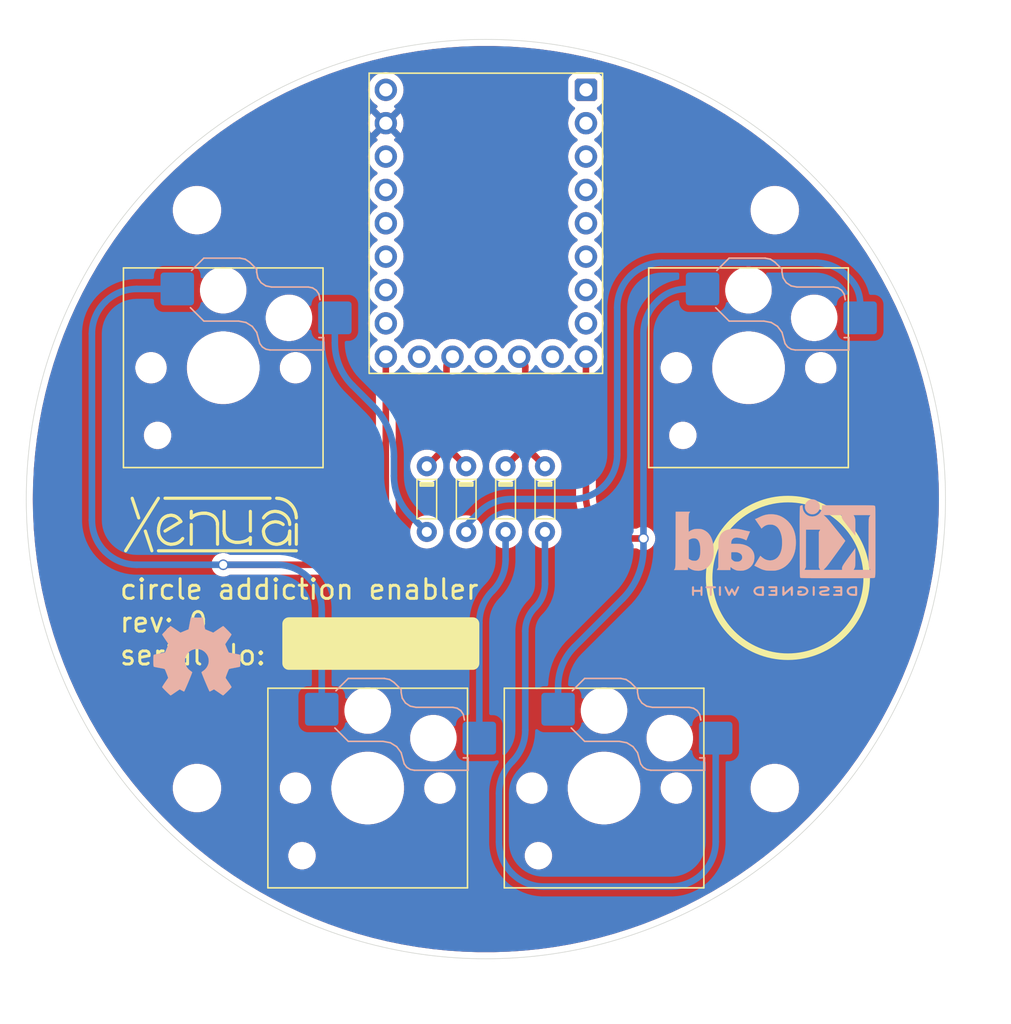
<source format=kicad_pcb>
(kicad_pcb
	(version 20240108)
	(generator "pcbnew")
	(generator_version "8.0")
	(general
		(thickness 1.6)
		(legacy_teardrops no)
	)
	(paper "A4")
	(layers
		(0 "F.Cu" signal)
		(31 "B.Cu" signal)
		(32 "B.Adhes" user "B.Adhesive")
		(33 "F.Adhes" user "F.Adhesive")
		(34 "B.Paste" user)
		(35 "F.Paste" user)
		(36 "B.SilkS" user "B.Silkscreen")
		(37 "F.SilkS" user "F.Silkscreen")
		(38 "B.Mask" user)
		(39 "F.Mask" user)
		(40 "Dwgs.User" user "User.Drawings")
		(41 "Cmts.User" user "User.Comments")
		(42 "Eco1.User" user "User.Eco1")
		(43 "Eco2.User" user "User.Eco2")
		(44 "Edge.Cuts" user)
		(45 "Margin" user)
		(46 "B.CrtYd" user "B.Courtyard")
		(47 "F.CrtYd" user "F.Courtyard")
		(48 "B.Fab" user)
		(49 "F.Fab" user)
		(50 "User.1" user)
		(51 "User.2" user)
		(52 "User.3" user)
		(53 "User.4" user)
		(54 "User.5" user)
		(55 "User.6" user)
		(56 "User.7" user)
		(57 "User.8" user)
		(58 "User.9" user)
	)
	(setup
		(pad_to_mask_clearance 0)
		(allow_soldermask_bridges_in_footprints no)
		(pcbplotparams
			(layerselection 0x00010fc_ffffffff)
			(plot_on_all_layers_selection 0x0000000_00000000)
			(disableapertmacros no)
			(usegerberextensions no)
			(usegerberattributes yes)
			(usegerberadvancedattributes yes)
			(creategerberjobfile yes)
			(dashed_line_dash_ratio 12.000000)
			(dashed_line_gap_ratio 3.000000)
			(svgprecision 4)
			(plotframeref no)
			(viasonmask no)
			(mode 1)
			(useauxorigin no)
			(hpglpennumber 1)
			(hpglpenspeed 20)
			(hpglpendiameter 15.000000)
			(pdf_front_fp_property_popups yes)
			(pdf_back_fp_property_popups yes)
			(dxfpolygonmode yes)
			(dxfimperialunits yes)
			(dxfusepcbnewfont yes)
			(psnegative no)
			(psa4output no)
			(plotreference yes)
			(plotvalue yes)
			(plotfptext yes)
			(plotinvisibletext no)
			(sketchpadsonfab no)
			(subtractmaskfromsilk no)
			(outputformat 1)
			(mirror no)
			(drillshape 1)
			(scaleselection 1)
			(outputdirectory "")
		)
	)
	(net 0 "")
	(net 1 "R2")
	(net 2 "Net-(D1-A)")
	(net 3 "Net-(D2-A)")
	(net 4 "Net-(D3-A)")
	(net 5 "R1")
	(net 6 "Net-(D4-A)")
	(net 7 "unconnected-(U1-GPIO0-Pad1)")
	(net 8 "unconnected-(U1-GPIO15-Pad16)")
	(net 9 "unconnected-(U1-GPIO29-Pad20)")
	(net 10 "unconnected-(U1-GPIO3-Pad4)")
	(net 11 "unconnected-(U1-GPIO1-Pad2)")
	(net 12 "unconnected-(U1-GPIO5-Pad6)")
	(net 13 "unconnected-(U1-GPIO7-Pad8)")
	(net 14 "unconnected-(U1-GPIO2-Pad3)")
	(net 15 "unconnected-(U1-GPIO28-Pad19)")
	(net 16 "unconnected-(U1-GPIO9-Pad10)")
	(net 17 "unconnected-(U1-GPIO11-Pad12)")
	(net 18 "unconnected-(U1-GPIO26-Pad17)")
	(net 19 "unconnected-(U1-GPIO4-Pad5)")
	(net 20 "unconnected-(U1-GPIO27-Pad18)")
	(net 21 "unconnected-(U1-GPIO6-Pad7)")
	(net 22 "C1")
	(net 23 "C2")
	(net 24 "unconnected-(U1-GPIO13-Pad14)")
	(net 25 "GND")
	(net 26 "+5V")
	(net 27 "+3V3")
	(footprint "xenua:1N4148" (layer "F.Cu") (at 97.5 131 -90))
	(footprint "MountingHole:MountingHole_3.2mm_M3_ISO7380" (layer "F.Cu") (at 77 153))
	(footprint "PCM_Switch_Keyboard_Hotswap_Kailh:SW_Hotswap_Kailh_Choc_V1V2" (layer "F.Cu") (at 90 153))
	(footprint "xenua:1N4148" (layer "F.Cu") (at 103.5 131 -90))
	(footprint "PCM_Switch_Keyboard_Hotswap_Kailh:SW_Hotswap_Kailh_Choc_V1V2" (layer "F.Cu") (at 119 121))
	(footprint "xenua:1N4148" (layer "F.Cu") (at 94.5 131 -90))
	(footprint "xenua:RP2040-Zero" (layer "F.Cu") (at 99 110))
	(footprint "MountingHole:MountingHole_3.2mm_M3_ISO7380" (layer "F.Cu") (at 121 109))
	(footprint "xenua:1N4148" (layer "F.Cu") (at 100.5 131 -90))
	(footprint "PCM_Switch_Keyboard_Hotswap_Kailh:SW_Hotswap_Kailh_Choc_V1V2" (layer "F.Cu") (at 108 153))
	(footprint "MountingHole:MountingHole_3.2mm_M3_ISO7380" (layer "F.Cu") (at 121 153))
	(footprint "xenua:sig-medium" (layer "F.Cu") (at 71.565002 134.934999))
	(footprint "PCM_Switch_Keyboard_Hotswap_Kailh:SW_Hotswap_Kailh_Choc_V1V2"
		(layer "F.Cu")
		(uuid "f1741af3-27cf-4ecd-8185-c5569a87f6a5")
		(at 79 121)
		(descr "Kailh Choc keyswitch V1V2 CPG1350 V1 CPG1353 V2 Hotswap")
		(tags "Kailh Choc Keyswitch Switch CPG1350 V1 CPG1353 V2 Hotswap Cutout")
		(property "Reference" "SW3"
			(at 0 -9 0)
			(layer "F.SilkS")
			(hide yes)
			(uuid "a4bf6d62-dfbc-49f7-8081-ead0223abb4b")
			(effects
				(font
					(size 1 1)
					(thickness 0.15)
				)
			)
		)
		(property "Value" "SW_Push"
			(at 0 9 0)
			(layer "F.Fab")
			(uuid "ad8d7aa8-b6d1-4583-9d7e-3de4202c213a")
			(effects
				(font
					(size 1 1)
					(thickness 0.15)
				)
			)
		)
		(property "Footprint" "PCM_Switch_Keyboard_Hotswap_Kailh:SW_Hotswap_Kailh_Choc_V1V2"
			(at 0 0 0)
			(layer "F.Fab")
			(hide yes)
			(uuid "f85ac247-3a67-4678-9516-9e2fb1f1d4b7")
			(effects
				(font
					(size 1.27 1.27)
					(thickness 0.15)
				)
			)
		)
		(property "Datasheet" ""
			(at 0 0 0)
			(layer "F.Fab")
			(hide yes)
			(uuid "ebb1a7ab-dbc2-4ccf-9b51-9a4817c52c41")
			(effects
				(font
					(size 1.27 1.27)
					(thickness 0.15)
				)
			)
		)
		(property "Description" "Push button switch, generic, two pins"
			(at 0 0 0)
			(layer "F.Fab")
			(hide yes)
			(uuid "9d1e5beb-8e8b-43fc-9b17-06922e50d97b")
			(effects
				(font
					(size 1.27 1.27)
					(thickness 0.15)
				)
			)
		)
		(path "/204c3342-9235-4eae-97a7-37a412183644")
		(sheetname "Root")
		(sheetfile "osu-keypad-thingy.kicad_sch")
		(attr smd)
		(fp_line
			(start -2.416 -7.409)
			(end -1.479 -8.346)
			(stroke
				(width 0.12)
				(type solid)
			)
			(layer "B.SilkS")
			(uuid "feac247d-7671-4ed4-b781-fb68a6b88154")
		)
		(fp_line
			(start -1.479 -8.346)
			(end 1.268 -8.346)
			(stroke
				(width 0.12)
				(type solid)
			)
			(layer "B.SilkS")
			(uuid "7c8beadf-6c9a-45b7-89af-6925c905faca")
		)
		(fp_line
			(start -1.479 -3.554)
			(end -2.5 -4.575)
			(stroke
				(width 0.12)
				(type solid)
			)
			(layer "B.SilkS")
			(uuid "e8a746d1-a2b8-428a-a2e5-89b0b7b36b32")
		)
		(fp_line
			(start 1.168 -3.554)
			(end -1.479 -3.554)
			(stroke
				(width 0.12)
				(type solid)
			)
			(layer "B.SilkS")
			(uuid "ac3cd496-e097-4832-bdcc-a0b55bc1030d")
		)
		(fp_line
			(start 1.268 -8.346)
			(end 1.671 -8.266)
			(stroke
				(width 0.12)
				(type solid)
			)
			(layer "B.SilkS")
			(uuid "6861ac56-4b05-4eec-b3e6-900fda1521db")
		)
		(fp_line
			(start 1.671 -8.266)
			(end 2.013 -8.037)
			(stroke
				(width 0.12)
				(type solid)
			)
			(layer "B.SilkS")
			(uuid "92f31b76-d17c-47a1-87ed-fbc80526879f")
		)
		(fp_line
			(start 1.73 -3.449)
			(end 1.168 -3.554)
			(stroke
				(width 0.12)
				(type solid)
			)
			(layer "B.SilkS")
			(uuid "0d82d268-eb87-4a66-9c74-1b595aaae59e")
		)
		(fp_line
			(start 2.013 -8.037)
			(end 2.546 -7.504)
			(stroke
				(width 0.12)
				(type solid)
			)
			(layer "B.SilkS")
			(uuid "72121bf4-be33-4e63-b56f-197f01e09723")
		)
		(fp_line
			(start 2.209 -3.15)
			(end 1.73 -3.449)
			(stroke
				(width 0.12)
				(type solid)
			)
			(layer "B.SilkS")
			(uuid "747864be-9d85-4a99-8635-6de06a153bb4")
		)
		(fp_line
			(start 2.546 -7.504)
			(end 2.546 -7.282)
			(stroke
				(width 0.12)
				(type solid)
			)
			(layer "B.SilkS")
			(uuid "d1069226-9702-457c-87c8-22dacdd3309d")
		)
		(fp_line
			(start 2.546 -7.282)
			(end 2.633 -6.844)
			(stroke
				(width 0.12)
				(type solid)
			)
			(layer "B.SilkS")
			(uuid "32ad59c5-2468-493e-9e03-740f7d94ddf4")
		)
		(fp_line
			(start 2.547 -2.697)
			(end 2.209 -3.15)
			(stroke
				(width 0.12)
				(type solid)
			)
			(layer "B.SilkS")
			(uuid "9dde2107-08a2-4342-a71d-430e486a5b66")
		)
		(fp_line
			(start 2.633 -6.844)
			(end 2.877 -6.477)
			(stroke
				(width 0.12)
				(type solid)
			)
			(layer "B.SilkS")
			(uuid "cb0cd56d-c8ef-4280-be67-11d9c05bd8ca")
		)
		(fp_line
			(start 2.701 -2.139)
			(end 2.547 -2.697)
			(stroke
				(width 0.12)
				(type solid)
			)
			(layer "B.SilkS")
			(uuid "159725f4-ae52-4ab4-829e-ffa16bb3cab3")
		)
		(fp_line
			(start 2.783 -1.841)
			(end 2.701 -2.139)
			(stroke
				(width 0.12)
				(type solid)
			)
			(layer "B.SilkS")
			(uuid "b50b09a2-ff81-4fe0-af52-f02e0a15bdba")
		)
		(fp_line
			(start 2.877 -6.477)
			(end 3.244 -6.233)
			(stroke
				(width 0.12)
				(type solid)
			)
			(layer "B.SilkS")
			(uuid "bb67f37d-ad43-407b-a7e2-28311b9f19c5")
		)
		(fp_line
			(start 2.976 -1.583)
			(end 2.783 -1.841)
			(stroke
				(width 0.12)
				(type solid)
			)
			(layer "B.SilkS")
			(uuid "d2649ced-136e-4204-a518-8bf61ef06440")
		)
		(fp_line
			(start 3.244 -6.233)
			(end 3.682 -6.146)
			(stroke
				(width 0.12)
				(type solid)
			)
			(layer "B.SilkS")
			(uuid "6b8bc0ec-fa48-487f-8313-bc1d77a61d93")
		)
		(fp_line
			(start 3.25 -1.413)
			(end 2.976 -1.583)
			(stroke
				(width 0.12)
				(type solid)
			)
			(layer "B.SilkS")
			(uuid "af34ca29-5fd5-4bbd-b0ea-fc982dff536b")
		)
		(fp_line
			(start 3.56 -1.354)
			(end 3.25 -1.413)
			(stroke
				(width 0.12)
				(type solid)
			)
			(layer "B.SilkS")
			(uuid "225c7abd-3486-4123-8871-bf8ffdb9a869")
		)
		(fp_line
			(start 3.682 -6.146)
			(end 6.482 -6.146)
			(stroke
				(width 0.12)
				(type solid)
			)
			(layer "B.SilkS")
			(uuid "e04fb623-b72a-4b28-8cfc-dfa3407f2d45")
		)
		(fp_line
			(start 6.482 -6.146)
			(end 6.809 -6.081)
			(stroke
				(width 0.12)
				(type solid)
			)
			(layer "B.SilkS")
			(uuid "2a1d5e73-b865-41cf-8d30-64e1affa80c6")
		)
		(fp_line
			(start 6.809 -6.081)
			(end 7.092 -5.892)
			(stroke
				(width 0.12)
				(type solid)
			)
			(layer "B.SilkS")
			(uuid "1e9b6d65-0bca-4b9b-b483-6fa5afb9a85c")
		)
		(fp_line
			(start 7.092 -5.892)
			(end 7.281 -5.609)
			(stroke
				(width 0.12)
				(type solid)
			)
			(layer "B.SilkS")
			(uuid "f2d5cbcc-ec08-43be-9131-a0454ebce2cf")
		)
		(fp_line
			(start 7.281 -5.609)
			(end 7.366 -5.182)
			(stroke
				(width 0.12)
				(type solid)
			)
			(layer "B.SilkS")
			(uuid "75c60c64-7634-4f1f-9799-75fb93289aaa")
		)
		(fp_line
			(start 7.283 -2.296)
			(end 7.646 -2.296)
			(stroke
				(width 0.12)
				(type solid)
			)
			(layer "B.SilkS")
			(uuid "d1bc8120-90b3-4e72-8944-e71f5596872e")
		)
		(fp_line
			(start 7.646 -2.296)
			(end 7.646 -1.354)
			(stroke
				(width 0.12)
				(type solid)
			)
			(layer "B.SilkS")
			(uuid "6d7c3ccf-589d-45a2-a61f-b24c309293c1")
		)
		(fp_line
			(start 7.646 -1.354)
			(end 3.56 -1.354)
			(stroke
				(width 0.12)
				(type solid)
			)
			(layer "B.SilkS")
			(uuid "3027bf7e-264f-486b-9464-5302bc84e7b5")
		)
		(fp_line
			(start -7.6 -7.6)
			(end -7.6 7.6)
			(stroke
				(width 0.12)
				(type solid)
			)
			(layer "F.SilkS")
			(uuid "792c9b74-aa88-4021-9cc3-06bc8fc56a85")
		)
		(fp_line
			(start -7.6 7.6)
			(end 7.6 7.6)
			(stroke
				(width 0.12)
				(type solid)
			)
			(layer "F.SilkS")
			(uuid "06bb1aa8-418e-45f3-b17a-10a49e39bfdb")
		)
		(fp_line
			(start 7.6 -7.6)
			(end -7.6 -7.6)
			(stroke
				(width 0.12)
				(type solid)
			)
			(layer "F.SilkS")
			(uuid "f8e808ff-fb17-4a6b-a9a9-f51cbd0b36c8")
		)
		(fp_line
			(start 7.6 7.6)
			(end 7.6 -7.6)
			(stroke
				(width 0.12)
				(type solid)
			)
			(layer "F.SilkS")
			(uuid "87a0b1d1-1e7f-4781-8c51-9b734518defb")
		)
		(fp_line
			(start -7.25 -7.25)
			(end -7.25 7.25)
			(stroke
				(width 0.1)
				(type solid)
			)
			(layer "Eco1.User")
			(uuid "7e48e3ca-352c-41bd-81bc-bd799000d9a1")
		)
		(fp_line
			(start -7.25 7.25)
			(end 7.25 7.25)
			(stroke
				(width 0.1)
				(type solid)
			)
			(layer "Eco1.User")
			(uuid "727c5318-b00d-414b-954f-9589622a4eeb")
		)
		(fp_line
			(start 7.25 -7.25)
			(end -7.25 -7.25)
			(stroke
				(width 0.1)
				(type solid)
			)
			(layer "Eco1.User")
			(uuid "4bc317d9-d8bd-4bbc-9fd7-7b36328e03f9")
		)
		(fp_line
			(start 7.25 7.25)
			(end 7.25 -7.25)
			(stroke
				(width 0.1)
				(type solid)
			)
			(layer "Eco1.User")
			(uuid "e6645d59-ebda-41ab-81aa-ac8ecd953f2e")
		)
		(fp_line
			(start -2.452 -7.523)
			(end -1.523 -8.452)
			(stroke
				(width 0.05)
				(type solid)
			)
			(layer "B.CrtYd")
			(uuid "d5da3c28-12c7-4fc4-92e4-0ce7cf0bddd3")
		)
		(fp_line
			(start -2.452 -4.377)
			(end -2.452 -7.523)
			(stroke
				(width 0.05)
				(type solid)
			)
			(layer "B.CrtYd")
			(uuid "90e61768-1317-4306-a161-4094cdc2c25b")
		)
		(fp_line
			(start -1.523 -8.452)
			(end 1.278 -8.452)
			(stroke
				(width 0.05)
				(type solid)
			)
			(layer "B.CrtYd")
			(uuid "18d7a994-5981-4220-8b4f-efed2c0d9eda")
		)
		(fp_line
			(start -1.523 -3.448)
			(end -2.452 -4.377)
			(stroke
				(width 0.05)
				(type solid)
			)
			(layer "B.CrtYd")
			(uuid "6d593508-9216-4db5-b6b8-24a25ce22a74")
		)
		(fp_line
			(start 1.159 -3.448)
			(end -1.523 -3.448)
			(stroke
				(width 0.05)
				(type solid)
			)
			(layer "B.CrtYd")
			(uuid "94d15a17-e957-47db-8a0e-f235270b902b")
		)
		(fp_line
			(start 1.278 -8.452)
			(end 1.712 -8.366)
			(stroke
				(width 0.05)
				(type solid)
			)
			(layer "B.CrtYd")
			(uuid "93d169ab-a2aa-410c-bd83-e7fee44ddbff")
		)
		(fp_line
			(start 1.691 -3.348)
			(end 1.159 -3.448)
			(stroke
				(width 0.05)
				(type solid)
			)
			(layer "B.CrtYd")
			(uuid "bf36842b-aaa1-4699-87e0-ae0ca7a1d91e")
		)
		(fp_line
			(start 1.712 -8.366)
			(end 2.081 -8.119)
			(stroke
				(width 0.05)
				(type solid)
			)
			(layer "B.CrtYd")
			(uuid "ca780a40-0fb8-49e5-8dcb-bd288143829f")
		)
		(fp_line
			(start 2.081 -8.119)
			(end 2.652 -7.548)
			(stroke
				(width 0.05)
				(type solid)
			)
			(layer "B.CrtYd")
			(uuid "7e52c9a5-4fd3-472d-9f63-6c42c9b1ce8a")
		)
		(fp_line
			(start 2.136 -3.071)
			(end 1.691 -3.348)
			(stroke
				(width 0.05)
				(type solid)
			)
			(layer "B.CrtYd")
			(uuid "cb5ad828-fdad-4250-814c-dc775677e996")
		)
		(fp_line
			(start 2.45 -2.65)
			(end 2.136 -3.071)
			(stroke
				(width 0.05)
				(type solid)
			)
			(layer "B.CrtYd")
			(uuid "1d5c43a9-d261-41c5-952c-4908d28a2753")
		)
		(fp_line
			(start 2.599 -2.111)
			(end 2.45 -2.65)
			(stroke
				(width 0.05)
				(type solid)
			)
			(layer "B.CrtYd")
			(uuid "a65088c5-6199-4e9b-8500-b062bbfce2a7")
		)
		(fp_line
			(start 2.652 -7.548)
			(end 2.652 -7.292)
			(stroke
				(width 0.05)
				(type solid)
			)
			(layer "B.CrtYd")
			(uuid "c1dde6a3-81a7-4bbc-a300-fd484e26563c")
		)
		(fp_line
			(start 2.652 -7.292)
			(end 2.733 -6.885)
			(stroke
				(width 0.05)
				(type solid)
			)
			(layer "B.CrtYd")
			(uuid "07f526e4-366c-41cd-b787-8d477e9da8c1")
		)
		(fp_line
			(start 2.687 -1.794)
			(end 2.599 -2.111)
			(stroke
				(width 0.05)
				(type solid)
			)
			(layer "B.CrtYd")
			(uuid "e7e03c41-ec55-41d9-b210-f7736311530b")
		)
		(fp_line
			(start 2.733 -6.885)
			(end 2.953 -6.553)
			(stroke
				(width 0.05)
				(type solid)
			)
			(layer "B.CrtYd")
			(uuid "7cb14503-ef5d-42cd-8dfb-10c97dd9f0c3")
		)
		(fp_line
			(start 2.903 -1.503)
			(end 2.687 -1.794)
			(stroke
				(width 0.05)
				(type solid)
			)
			(layer "B.CrtYd")
			(uuid "6188c17e-2248-40e7-9f5a-6d6684fdf172")
		)
		(fp_line
			(start 2.953 -6.553)
			(end 3.285 -6.333)
			(stroke
				(width 0.05)
				(type solid)
			)
			(layer "B.CrtYd")
			(uuid "804dd303-200b-4946-92d2-ebb08e969ae8")
		)
		(fp_line
			(start 3.211 -1.312)
			(end 2.903 -1.503)
			(stroke
				(width 0.05)
				(type solid)
			)
			(layer "B.CrtYd")
			(uuid "b1ff81d1-9e04-4f49-8f88-e1de4669de4b")
		)
		(fp_line
			(start 3.285 -6.333)
			(end 3.692 -6.252)
			(stroke
				(width 0.05)
				(type solid)
			)
			(layer "B.CrtYd")
			(uu
... [357187 chars truncated]
</source>
